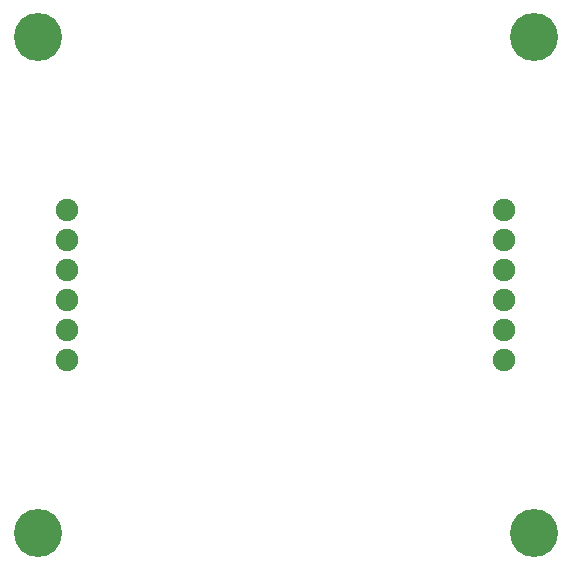
<source format=gbs>
G04 (created by PCBNEW-RS274X (2012-jan-04)-stable) date Sun 11 Nov 2012 12:12:28 AM CET*
G01*
G70*
G90*
%MOIN*%
G04 Gerber Fmt 3.4, Leading zero omitted, Abs format*
%FSLAX34Y34*%
G04 APERTURE LIST*
%ADD10C,0.006000*%
%ADD11C,0.075000*%
%ADD12C,0.160000*%
G04 APERTURE END LIST*
G54D10*
G54D11*
X41535Y-47744D03*
X41535Y-46744D03*
X41535Y-48744D03*
X41535Y-49744D03*
X41535Y-45744D03*
X41535Y-44744D03*
X26969Y-46744D03*
X26969Y-47744D03*
X26969Y-45744D03*
X26969Y-44744D03*
X26969Y-48744D03*
X26969Y-49744D03*
G54D12*
X25984Y-55512D03*
X42520Y-55512D03*
X42520Y-38976D03*
X25984Y-38976D03*
M02*

</source>
